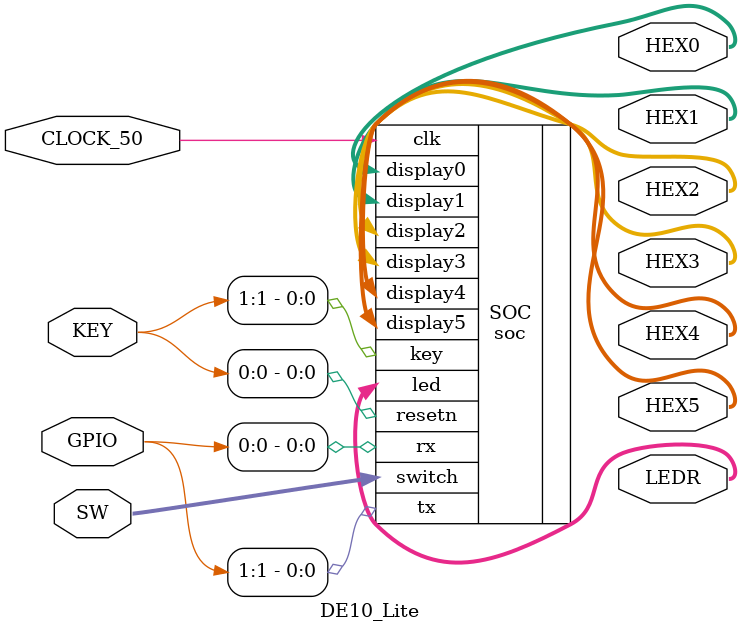
<source format=v>


module DE10_Lite(input         CLOCK_50,
                 input   [1:0] KEY,
                 inout  [35:0] GPIO,
                 output  [9:0] LEDR,
                 output  [7:0] HEX0,
                 output  [7:0] HEX1,
                 output  [7:0] HEX2,
                 output  [7:0] HEX3,
                 output  [7:0] HEX4,
                 output  [7:0] HEX5,
                 input   [9:0] SW);

	soc SOC(.clk      (CLOCK_50),
          .resetn   (KEY[0]),
          .led      (LEDR),
          .display0 (HEX0),
          .display1 (HEX1),
          .display2 (HEX2),
          .display3 (HEX3),
          .display4 (HEX4),
          .display5 (HEX5),
          .switch   (SW),
          .key      (KEY[1]),
          .rx       (GPIO[0]),
          .tx       (GPIO[1]));

endmodule

</source>
